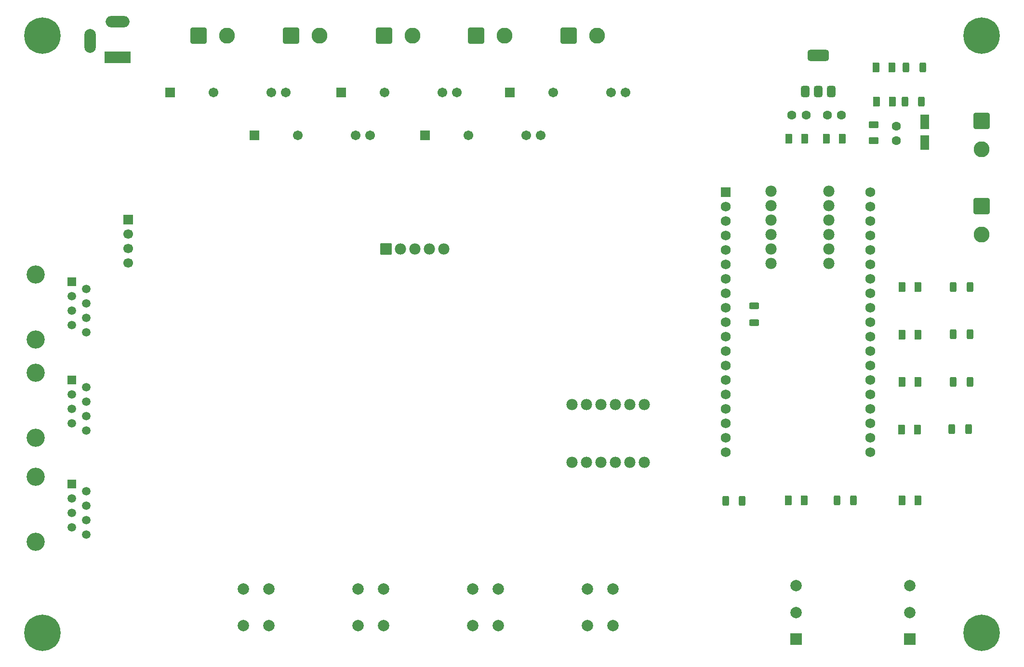
<source format=gbr>
%TF.GenerationSoftware,KiCad,Pcbnew,9.0.4*%
%TF.CreationDate,2025-10-29T20:46:00+01:00*%
%TF.ProjectId,Sterownik_Podlewania V1.1,53746572-6f77-46e6-996b-5f506f646c65,rev?*%
%TF.SameCoordinates,Original*%
%TF.FileFunction,Soldermask,Top*%
%TF.FilePolarity,Negative*%
%FSLAX46Y46*%
G04 Gerber Fmt 4.6, Leading zero omitted, Abs format (unit mm)*
G04 Created by KiCad (PCBNEW 9.0.4) date 2025-10-29 20:46:00*
%MOMM*%
%LPD*%
G01*
G04 APERTURE LIST*
G04 Aperture macros list*
%AMRoundRect*
0 Rectangle with rounded corners*
0 $1 Rounding radius*
0 $2 $3 $4 $5 $6 $7 $8 $9 X,Y pos of 4 corners*
0 Add a 4 corners polygon primitive as box body*
4,1,4,$2,$3,$4,$5,$6,$7,$8,$9,$2,$3,0*
0 Add four circle primitives for the rounded corners*
1,1,$1+$1,$2,$3*
1,1,$1+$1,$4,$5*
1,1,$1+$1,$6,$7*
1,1,$1+$1,$8,$9*
0 Add four rect primitives between the rounded corners*
20,1,$1+$1,$2,$3,$4,$5,0*
20,1,$1+$1,$4,$5,$6,$7,0*
20,1,$1+$1,$6,$7,$8,$9,0*
20,1,$1+$1,$8,$9,$2,$3,0*%
G04 Aperture macros list end*
%ADD10RoundRect,0.102000X-0.754000X-0.754000X0.754000X-0.754000X0.754000X0.754000X-0.754000X0.754000X0*%
%ADD11C,1.712000*%
%ADD12RoundRect,0.250000X0.375000X0.625000X-0.375000X0.625000X-0.375000X-0.625000X0.375000X-0.625000X0*%
%ADD13RoundRect,0.250000X-0.312500X-0.625000X0.312500X-0.625000X0.312500X0.625000X-0.312500X0.625000X0*%
%ADD14RoundRect,0.250000X0.312500X0.625000X-0.312500X0.625000X-0.312500X-0.625000X0.312500X-0.625000X0*%
%ADD15RoundRect,0.250001X-1.149999X-1.149999X1.149999X-1.149999X1.149999X1.149999X-1.149999X1.149999X0*%
%ADD16C,2.800000*%
%ADD17RoundRect,0.250000X0.625000X-0.312500X0.625000X0.312500X-0.625000X0.312500X-0.625000X-0.312500X0*%
%ADD18C,0.800000*%
%ADD19C,6.400000*%
%ADD20C,3.200000*%
%ADD21R,1.500000X1.500000*%
%ADD22C,1.500000*%
%ADD23RoundRect,0.102000X-0.765000X-0.765000X0.765000X-0.765000X0.765000X0.765000X-0.765000X0.765000X0*%
%ADD24C,1.734000*%
%ADD25R,2.000000X2.000000*%
%ADD26C,2.000000*%
%ADD27RoundRect,0.250000X-0.375000X-0.625000X0.375000X-0.625000X0.375000X0.625000X-0.375000X0.625000X0*%
%ADD28C,1.600000*%
%ADD29RoundRect,0.250001X-1.149999X1.149999X-1.149999X-1.149999X1.149999X-1.149999X1.149999X1.149999X0*%
%ADD30R,1.700000X1.700000*%
%ADD31C,1.700000*%
%ADD32RoundRect,0.250000X0.550000X-1.050000X0.550000X1.050000X-0.550000X1.050000X-0.550000X-1.050000X0*%
%ADD33R,4.600000X2.000000*%
%ADD34O,4.200000X2.000000*%
%ADD35O,2.000000X4.200000*%
%ADD36C,1.982000*%
%ADD37RoundRect,0.500000X1.400000X-0.500000X1.400000X0.500000X-1.400000X0.500000X-1.400000X-0.500000X0*%
%ADD38RoundRect,0.375000X0.375000X-0.625000X0.375000X0.625000X-0.375000X0.625000X-0.375000X-0.625000X0*%
%ADD39RoundRect,0.250000X-0.625000X0.375000X-0.625000X-0.375000X0.625000X-0.375000X0.625000X0.375000X0*%
%ADD40RoundRect,0.102000X-0.889000X-0.889000X0.889000X-0.889000X0.889000X0.889000X-0.889000X0.889000X0*%
G04 APERTURE END LIST*
D10*
%TO.C,U4*%
X122220000Y-57500000D03*
D11*
X129840000Y-57500000D03*
X140000000Y-57500000D03*
X142540000Y-57500000D03*
%TD*%
D12*
%TO.C,D2*%
X204300000Y-51600000D03*
X201500000Y-51600000D03*
%TD*%
%TO.C,D9*%
X208750000Y-109250000D03*
X205950000Y-109250000D03*
%TD*%
D13*
%TO.C,R2*%
X206500000Y-51600000D03*
X209425000Y-51600000D03*
%TD*%
D14*
%TO.C,R8*%
X197500000Y-121662500D03*
X194575000Y-121662500D03*
%TD*%
D15*
%TO.C,J3*%
X98650000Y-40000000D03*
D16*
X103650000Y-40000000D03*
%TD*%
D17*
%TO.C,R9*%
X180000000Y-90425000D03*
X180000000Y-87500000D03*
%TD*%
D18*
%TO.C,REF\u002A\u002A*%
X52600000Y-40000000D03*
X53302944Y-38302944D03*
X53302944Y-41697056D03*
X55000000Y-37600000D03*
D19*
X55000000Y-40000000D03*
D18*
X55000000Y-42400000D03*
X56697056Y-38302944D03*
X56697056Y-41697056D03*
X57400000Y-40000000D03*
%TD*%
D20*
%TO.C,J8*%
X53750000Y-99287500D03*
X53750000Y-110717500D03*
D21*
X60100000Y-100557500D03*
D22*
X62640000Y-101827500D03*
X60100000Y-103097500D03*
X62640000Y-104367500D03*
X60100000Y-105637500D03*
X62640000Y-106907500D03*
X60100000Y-108177500D03*
X62640000Y-109447500D03*
%TD*%
D13*
%TO.C,R3*%
X215000000Y-84162500D03*
X217925000Y-84162500D03*
%TD*%
D23*
%TO.C,U10*%
X175000000Y-67500000D03*
D24*
X175000000Y-70040000D03*
X175000000Y-72580000D03*
X175000000Y-75120000D03*
X175000000Y-77660000D03*
X175000000Y-80200000D03*
X175000000Y-82740000D03*
X175000000Y-85280000D03*
X175000000Y-87820000D03*
X175000000Y-90360000D03*
X175000000Y-92900000D03*
X175000000Y-95440000D03*
X175000000Y-97980000D03*
X175000000Y-100520000D03*
X175000000Y-103060000D03*
X175000000Y-105600000D03*
X175000000Y-108140000D03*
X175000000Y-110680000D03*
X175000000Y-113220000D03*
X200400000Y-113220000D03*
X200400000Y-110680000D03*
X200400000Y-108140000D03*
X200400000Y-105600000D03*
X200400000Y-103060000D03*
X200400000Y-100520000D03*
X200400000Y-97980000D03*
X200400000Y-95440000D03*
X200400000Y-92900000D03*
X200400000Y-90360000D03*
X200400000Y-87820000D03*
X200400000Y-85280000D03*
X200400000Y-82740000D03*
X200400000Y-80200000D03*
X200400000Y-77660000D03*
X200400000Y-75120000D03*
X200400000Y-72580000D03*
X200400000Y-70040000D03*
X200400000Y-67500000D03*
%TD*%
D13*
%TO.C,R4*%
X215000000Y-92522500D03*
X217925000Y-92522500D03*
%TD*%
D25*
%TO.C,SW6*%
X207400000Y-146102500D03*
D26*
X207400000Y-141402500D03*
X207400000Y-136702500D03*
%TD*%
D15*
%TO.C,J4*%
X115000000Y-40000000D03*
D16*
X120000000Y-40000000D03*
%TD*%
D27*
%TO.C,D11*%
X206003000Y-121702500D03*
X208803000Y-121702500D03*
%TD*%
D13*
%TO.C,R1*%
X206700000Y-45600000D03*
X209625000Y-45600000D03*
%TD*%
D26*
%TO.C,SW1*%
X110416667Y-143750000D03*
X110416667Y-137250000D03*
X114916667Y-143750000D03*
X114916667Y-137250000D03*
%TD*%
D28*
%TO.C,C3*%
X205000000Y-58450000D03*
X205000000Y-55950000D03*
%TD*%
D15*
%TO.C,J2*%
X82400000Y-40000000D03*
D16*
X87400000Y-40000000D03*
%TD*%
D29*
%TO.C,J11*%
X220000000Y-70000000D03*
D16*
X220000000Y-75000000D03*
%TD*%
D30*
%TO.C,J12*%
X70000000Y-72370000D03*
D31*
X70000000Y-74910000D03*
X70000000Y-77450000D03*
X70000000Y-79990000D03*
%TD*%
D26*
%TO.C,SW4*%
X150750000Y-143750000D03*
X150750000Y-137250000D03*
X155250000Y-143750000D03*
X155250000Y-137250000D03*
%TD*%
D10*
%TO.C,U1*%
X77380000Y-50000000D03*
D11*
X85000000Y-50000000D03*
X95160000Y-50000000D03*
X97700000Y-50000000D03*
%TD*%
D14*
%TO.C,R7*%
X177925000Y-121750000D03*
X175000000Y-121750000D03*
%TD*%
D13*
%TO.C,R5*%
X215000000Y-100882500D03*
X217925000Y-100882500D03*
%TD*%
D12*
%TO.C,D8*%
X208803000Y-100869167D03*
X206003000Y-100869167D03*
%TD*%
D32*
%TO.C,C4*%
X210000000Y-58775000D03*
X210000000Y-55175000D03*
%TD*%
D33*
%TO.C,J1*%
X68150000Y-43800000D03*
D34*
X68150000Y-37500000D03*
D35*
X63350000Y-40900000D03*
%TD*%
D12*
%TO.C,D1*%
X204200000Y-45600000D03*
X201400000Y-45600000D03*
%TD*%
D18*
%TO.C,REF\u002A\u002A*%
X217600000Y-40000000D03*
X218302944Y-38302944D03*
X218302944Y-41697056D03*
X220000000Y-37600000D03*
D19*
X220000000Y-40000000D03*
D18*
X220000000Y-42400000D03*
X221697056Y-38302944D03*
X221697056Y-41697056D03*
X222400000Y-40000000D03*
%TD*%
D27*
%TO.C,D10*%
X186000000Y-121702500D03*
X188800000Y-121702500D03*
%TD*%
D25*
%TO.C,SW5*%
X187400000Y-146102500D03*
D26*
X187400000Y-141402500D03*
X187400000Y-136702500D03*
%TD*%
%TO.C,SW3*%
X130583333Y-143750000D03*
X130583333Y-137250000D03*
X135083333Y-143750000D03*
X135083333Y-137250000D03*
%TD*%
D13*
%TO.C,R6*%
X214750000Y-109202500D03*
X217675000Y-109202500D03*
%TD*%
D18*
%TO.C,REF\u002A\u002A*%
X52600000Y-145000000D03*
X53302944Y-143302944D03*
X53302944Y-146697056D03*
X55000000Y-142600000D03*
D19*
X55000000Y-145000000D03*
D18*
X55000000Y-147400000D03*
X56697056Y-143302944D03*
X56697056Y-146697056D03*
X57400000Y-145000000D03*
%TD*%
D12*
%TO.C,D3*%
X188875000Y-58150000D03*
X186075000Y-58150000D03*
%TD*%
D29*
%TO.C,J10*%
X220000000Y-55000000D03*
D16*
X220000000Y-60000000D03*
%TD*%
D15*
%TO.C,J5*%
X131150000Y-40000000D03*
D16*
X136150000Y-40000000D03*
%TD*%
D18*
%TO.C,REF\u002A\u002A*%
X217572056Y-144972056D03*
X218275000Y-143275000D03*
X218275000Y-146669112D03*
X219972056Y-142572056D03*
D19*
X219972056Y-144972056D03*
D18*
X219972056Y-147372056D03*
X221669112Y-143275000D03*
X221669112Y-146669112D03*
X222372056Y-144972056D03*
%TD*%
D10*
%TO.C,U3*%
X107500000Y-50000000D03*
D11*
X115120000Y-50000000D03*
X125280000Y-50000000D03*
X127820000Y-50000000D03*
%TD*%
D36*
%TO.C,U9*%
X150540000Y-115000000D03*
X153080000Y-115000000D03*
X155620000Y-115000000D03*
X158160000Y-115000000D03*
X150540000Y-104840000D03*
X153080000Y-104840000D03*
X155620000Y-104840000D03*
X158160000Y-104840000D03*
X160700000Y-115000000D03*
X160700000Y-104840000D03*
X148000000Y-104840000D03*
X148000000Y-115000000D03*
%TD*%
D10*
%TO.C,U2*%
X92220000Y-57500000D03*
D11*
X99840000Y-57500000D03*
X110000000Y-57500000D03*
X112540000Y-57500000D03*
%TD*%
D28*
%TO.C,C1*%
X189150000Y-54000000D03*
X186650000Y-54000000D03*
%TD*%
%TO.C,C2*%
X192850000Y-54000000D03*
X195350000Y-54000000D03*
%TD*%
D20*
%TO.C,J7*%
X53750000Y-81947500D03*
X53750000Y-93377500D03*
D21*
X60100000Y-83217500D03*
D22*
X62640000Y-84487500D03*
X60100000Y-85757500D03*
X62640000Y-87027500D03*
X60100000Y-88297500D03*
X62640000Y-89567500D03*
X60100000Y-90837500D03*
X62640000Y-92107500D03*
%TD*%
D37*
%TO.C,U6*%
X191262500Y-43475000D03*
D38*
X188962500Y-49775000D03*
X191262500Y-49775000D03*
X193562500Y-49775000D03*
%TD*%
D12*
%TO.C,D6*%
X208803000Y-84202500D03*
X206003000Y-84202500D03*
%TD*%
D39*
%TO.C,D5*%
X201000000Y-55650000D03*
X201000000Y-58450000D03*
%TD*%
D20*
%TO.C,J9*%
X53750000Y-117545000D03*
X53750000Y-128975000D03*
D21*
X60100000Y-118815000D03*
D22*
X62640000Y-120085000D03*
X60100000Y-121355000D03*
X62640000Y-122625000D03*
X60100000Y-123895000D03*
X62640000Y-125165000D03*
X60100000Y-126435000D03*
X62640000Y-127705000D03*
%TD*%
D40*
%TO.C,U8*%
X115340000Y-77500000D03*
D36*
X117880000Y-77500000D03*
X120420000Y-77500000D03*
X122960000Y-77500000D03*
X125500000Y-77500000D03*
%TD*%
D12*
%TO.C,D7*%
X208803000Y-92535833D03*
X206003000Y-92535833D03*
%TD*%
D15*
%TO.C,J6*%
X147400000Y-39967500D03*
D16*
X152400000Y-39967500D03*
%TD*%
D27*
%TO.C,D4*%
X192700000Y-58150000D03*
X195500000Y-58150000D03*
%TD*%
D36*
%TO.C,U7*%
X193160000Y-77500000D03*
X193160000Y-74960000D03*
X193160000Y-72420000D03*
X193160000Y-69880000D03*
X183000000Y-77500000D03*
X183000000Y-74960000D03*
X183000000Y-72420000D03*
X183000000Y-69880000D03*
X193160000Y-67340000D03*
X183000000Y-67340000D03*
X183000000Y-80040000D03*
X193160000Y-80040000D03*
%TD*%
D10*
%TO.C,U5*%
X137105000Y-50000000D03*
D11*
X144725000Y-50000000D03*
X154885000Y-50000000D03*
X157425000Y-50000000D03*
%TD*%
D26*
%TO.C,SW2*%
X90250000Y-143750000D03*
X90250000Y-137250000D03*
X94750000Y-143750000D03*
X94750000Y-137250000D03*
%TD*%
M02*

</source>
